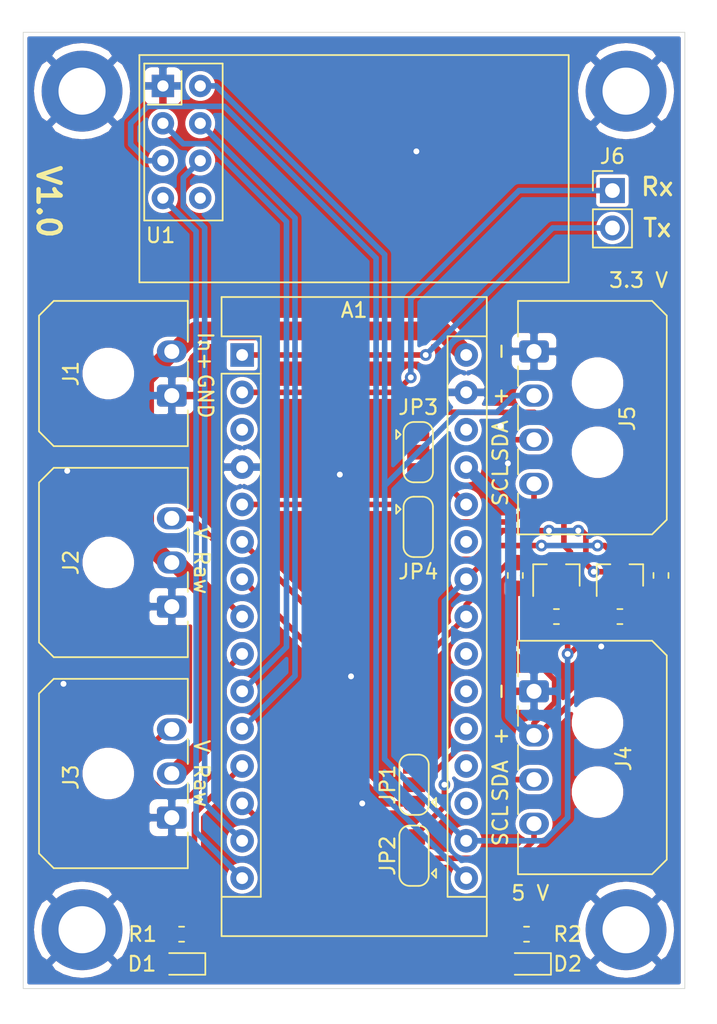
<source format=kicad_pcb>
(kicad_pcb (version 20171130) (host pcbnew "(5.1.5)-3")
  (layers (0 F.Cu signal) (31 B.Cu signal) (34 B.Paste user) (35 F.Paste user) (36 B.SilkS user) (37 F.SilkS user) (38 B.Mask user) (39 F.Mask user) (44 Edge.Cuts user))
  (net 0 "")
  (net 1 +3V3)
  (net 2 GND)
  (net 3 D4)
  (net 4 CE)
  (net 5 CSN)
  (net 6 D9)
  (net 7 D10)
  (net 8 MOSI)
  (net 9 VCC)
  (net 10 MISO)
  (net 11 SCK)
  (net 12 "Net-(D1-Pad2)")
  (net 13 "Net-(D2-Pad2)")
  (net 14 SDA)
  (net 15 D5)
  (net 16 SCL)
  (net 17 +5V)
  (net 18 "Net-(J5-Pad4)")
  (net 19 "Net-(J5-Pad3)")
  (net 20 Tx)
  (net 21 Rx)
  (net 22 D2)
  (net 23 D3)
  (net 24 "Net-(J4-Pad3)")
  (net 25 "Net-(J4-Pad4)")
  (net 26 D6)
  (net 27 A7)
  (net 28 "Net-(JP3-Pad1)")
  (net 29 "Net-(JP4-Pad3)")
  (module Connector_Molex:Molex_Micro-Fit_3.0_43650-0300_1x03_P3.00mm_Horizontal (layer F.Cu) (at 70.104 138.382 90)
    (fp_text reference J3 (at 2.746 -6.858 270) (layer F.SilkS))
    (fp_text value Conn_01x03)
    (fp_line (start 3.651767 1.09) (end 5.348233 1.09) (layer F.SilkS) (width 0.12))
    (fp_line (start 1.01 1.09) (end 2.348233 1.09) (layer F.SilkS) (width 0.12))
    (fp_line (start 9.435 1.09) (end 6.651767 1.09) (layer F.SilkS) (width 0.12))
    (fp_line (start -3.435 1.09) (end -1.01 1.09) (layer F.SilkS) (width 0.12))
    (fp_line (start 9.435 -8.03) (end 9.435 1.09) (layer F.SilkS) (width 0.12))
    (fp_line (start 8.435 -9.03) (end 9.435 -8.03) (layer F.SilkS) (width 0.12))
    (fp_line (start -2.435 -9.03) (end 8.435 -9.03) (layer F.SilkS) (width 0.12))
    (fp_line (start -3.435 -8.03) (end -2.435 -9.03) (layer F.SilkS) (width 0.12))
    (fp_line (start -3.435 1.09) (end -3.435 -8.03) (layer F.SilkS) (width 0.12))
    (pad 3 thru_hole oval (at 6 0 90) (size 1.5 2.02) (drill 1.02) (layers *.Cu *.Mask) (net 26 D6))
    (pad 2 thru_hole oval (at 3 0 90) (size 1.5 2.02) (drill 1.02) (layers *.Cu *.Mask) (net 9 VCC))
    (pad 1 thru_hole roundrect (at 0 0 90) (size 1.5 2.02) (drill 1.02) (layers *.Cu *.Mask) (roundrect_rratio 0.166667) (net 2 GND))
    (pad "" np_thru_hole circle (at 3 -4.32 90) (size 3 3) (drill 3) (layers *.Cu *.Mask))
  )
  (module Module:Arduino_Nano (layer F.Cu) (at 74.89 106.934)
    (fp_text reference A1 (at 7.62 -3.048) (layer F.SilkS))
    (fp_text value Arduino_Nano_v3.x)
    (fp_line (start 1.27 1.27) (end 1.27 -1.27) (layer F.SilkS) (width 0.12))
    (fp_line (start 1.27 -1.27) (end -1.4 -1.27) (layer F.SilkS) (width 0.12))
    (fp_line (start -1.4 1.27) (end -1.4 39.5) (layer F.SilkS) (width 0.12))
    (fp_line (start -1.4 -3.94) (end -1.4 -1.27) (layer F.SilkS) (width 0.12))
    (fp_line (start 13.97 -1.27) (end 16.64 -1.27) (layer F.SilkS) (width 0.12))
    (fp_line (start 13.97 -1.27) (end 13.97 36.83) (layer F.SilkS) (width 0.12))
    (fp_line (start 13.97 36.83) (end 16.64 36.83) (layer F.SilkS) (width 0.12))
    (fp_line (start 1.27 1.27) (end -1.4 1.27) (layer F.SilkS) (width 0.12))
    (fp_line (start 1.27 1.27) (end 1.27 36.83) (layer F.SilkS) (width 0.12))
    (fp_line (start 1.27 36.83) (end -1.4 36.83) (layer F.SilkS) (width 0.12))
    (fp_line (start -1.4 39.5) (end 16.64 39.5) (layer F.SilkS) (width 0.12))
    (fp_line (start 16.64 39.5) (end 16.64 -3.94) (layer F.SilkS) (width 0.12))
    (fp_line (start 16.64 -3.94) (end -1.4 -3.94) (layer F.SilkS) (width 0.12))
    (pad 1 thru_hole rect (at 0 0) (size 1.6 1.6) (drill 0.8) (layers *.Cu *.Mask) (net 20 Tx))
    (pad 17 thru_hole oval (at 15.24 33.02) (size 1.6 1.6) (drill 0.8) (layers *.Cu *.Mask) (net 1 +3V3))
    (pad 2 thru_hole oval (at 0 2.54) (size 1.6 1.6) (drill 0.8) (layers *.Cu *.Mask) (net 21 Rx))
    (pad 18 thru_hole oval (at 15.24 30.48) (size 1.6 1.6) (drill 0.8) (layers *.Cu *.Mask))
    (pad 3 thru_hole oval (at 0 5.08) (size 1.6 1.6) (drill 0.8) (layers *.Cu *.Mask))
    (pad 19 thru_hole oval (at 15.24 27.94) (size 1.6 1.6) (drill 0.8) (layers *.Cu *.Mask))
    (pad 4 thru_hole oval (at 0 7.62) (size 1.6 1.6) (drill 0.8) (layers *.Cu *.Mask) (net 2 GND))
    (pad 20 thru_hole oval (at 15.24 25.4) (size 1.6 1.6) (drill 0.8) (layers *.Cu *.Mask))
    (pad 5 thru_hole oval (at 0 10.16) (size 1.6 1.6) (drill 0.8) (layers *.Cu *.Mask) (net 22 D2))
    (pad 21 thru_hole oval (at 15.24 22.86) (size 1.6 1.6) (drill 0.8) (layers *.Cu *.Mask))
    (pad 6 thru_hole oval (at 0 12.7) (size 1.6 1.6) (drill 0.8) (layers *.Cu *.Mask) (net 23 D3))
    (pad 22 thru_hole oval (at 15.24 20.32) (size 1.6 1.6) (drill 0.8) (layers *.Cu *.Mask))
    (pad 7 thru_hole oval (at 0 15.24) (size 1.6 1.6) (drill 0.8) (layers *.Cu *.Mask) (net 3 D4))
    (pad 23 thru_hole oval (at 15.24 17.78) (size 1.6 1.6) (drill 0.8) (layers *.Cu *.Mask) (net 14 SDA))
    (pad 8 thru_hole oval (at 0 17.78) (size 1.6 1.6) (drill 0.8) (layers *.Cu *.Mask) (net 15 D5))
    (pad 24 thru_hole oval (at 15.24 15.24) (size 1.6 1.6) (drill 0.8) (layers *.Cu *.Mask) (net 16 SCL))
    (pad 9 thru_hole oval (at 0 20.32) (size 1.6 1.6) (drill 0.8) (layers *.Cu *.Mask) (net 26 D6))
    (pad 25 thru_hole oval (at 15.24 12.7) (size 1.6 1.6) (drill 0.8) (layers *.Cu *.Mask))
    (pad 10 thru_hole oval (at 0 22.86) (size 1.6 1.6) (drill 0.8) (layers *.Cu *.Mask) (net 4 CE))
    (pad 26 thru_hole oval (at 15.24 10.16) (size 1.6 1.6) (drill 0.8) (layers *.Cu *.Mask) (net 27 A7))
    (pad 11 thru_hole oval (at 0 25.4) (size 1.6 1.6) (drill 0.8) (layers *.Cu *.Mask) (net 5 CSN))
    (pad 27 thru_hole oval (at 15.24 7.62) (size 1.6 1.6) (drill 0.8) (layers *.Cu *.Mask) (net 17 +5V))
    (pad 12 thru_hole oval (at 0 27.94) (size 1.6 1.6) (drill 0.8) (layers *.Cu *.Mask) (net 6 D9))
    (pad 28 thru_hole oval (at 15.24 5.08) (size 1.6 1.6) (drill 0.8) (layers *.Cu *.Mask))
    (pad 13 thru_hole oval (at 0 30.48) (size 1.6 1.6) (drill 0.8) (layers *.Cu *.Mask) (net 7 D10))
    (pad 29 thru_hole oval (at 15.24 2.54) (size 1.6 1.6) (drill 0.8) (layers *.Cu *.Mask) (net 2 GND))
    (pad 14 thru_hole oval (at 0 33.02) (size 1.6 1.6) (drill 0.8) (layers *.Cu *.Mask) (net 8 MOSI))
    (pad 30 thru_hole oval (at 15.24 0) (size 1.6 1.6) (drill 0.8) (layers *.Cu *.Mask) (net 9 VCC))
    (pad 15 thru_hole oval (at 0 35.56) (size 1.6 1.6) (drill 0.8) (layers *.Cu *.Mask) (net 10 MISO))
    (pad 16 thru_hole oval (at 15.24 35.56) (size 1.6 1.6) (drill 0.8) (layers *.Cu *.Mask) (net 11 SCK))
  )
  (module LED_SMD:LED_0603_1608Metric_Pad1.05x0.95mm_HandSolder (layer F.Cu) (at 70.726 148.324 180)
    (fp_text reference D1 (at 2.654 0) (layer F.SilkS))
    (fp_text value R-LED)
    (fp_line (start 0.8 -0.735) (end -1.66 -0.735) (layer F.SilkS) (width 0.12))
    (fp_line (start -1.66 -0.735) (end -1.66 0.735) (layer F.SilkS) (width 0.12))
    (fp_line (start -1.66 0.735) (end 0.8 0.735) (layer F.SilkS) (width 0.12))
    (pad 1 smd roundrect (at -0.875 0 180) (size 1.05 0.95) (layers F.Cu F.Paste F.Mask) (net 2 GND))
    (pad 2 smd roundrect (at 0.875 0 180) (size 1.05 0.95) (layers F.Cu F.Paste F.Mask) (net 12 "Net-(D1-Pad2)"))
  )
  (module LED_SMD:LED_0603_1608Metric_Pad1.05x0.95mm_HandSolder (layer F.Cu) (at 94.234 148.324 180)
    (fp_text reference D2 (at -2.794 0) (layer F.SilkS))
    (fp_text value G-LED)
    (fp_line (start -1.66 0.735) (end 0.8 0.735) (layer F.SilkS) (width 0.12))
    (fp_line (start -1.66 -0.735) (end -1.66 0.735) (layer F.SilkS) (width 0.12))
    (fp_line (start 0.8 -0.735) (end -1.66 -0.735) (layer F.SilkS) (width 0.12))
    (pad 2 smd roundrect (at 0.875 0 180) (size 1.05 0.95) (layers F.Cu F.Paste F.Mask) (net 13 "Net-(D2-Pad2)"))
    (pad 1 smd roundrect (at -0.875 0 180) (size 1.05 0.95) (layers F.Cu F.Paste F.Mask) (net 2 GND))
  )
  (module MountingHole:MountingHole_3.2mm_M3_ISO14580_Pad (layer F.Cu) (at 64 146)
    (fp_text reference H1 hide)
    (fp_text value MountingHole_Pad)
    (pad 1 thru_hole circle (at 0 0) (size 5.5 5.5) (drill 3.2) (layers *.Cu *.Mask) (net 2 GND))
  )
  (module MountingHole:MountingHole_3.2mm_M3_ISO14580_Pad (layer F.Cu) (at 64 89)
    (fp_text reference H2 hide)
    (fp_text value MountingHole_Pad)
    (pad 1 thru_hole circle (at 0 0) (size 5.5 5.5) (drill 3.2) (layers *.Cu *.Mask) (net 2 GND))
  )
  (module MountingHole:MountingHole_3.2mm_M3_ISO14580_Pad (layer F.Cu) (at 101 89)
    (fp_text reference H3 hide)
    (fp_text value MountingHole_Pad)
    (pad 1 thru_hole circle (at 0 0) (size 5.5 5.5) (drill 3.2) (layers *.Cu *.Mask) (net 2 GND))
  )
  (module MountingHole:MountingHole_3.2mm_M3_ISO14580_Pad (layer F.Cu) (at 101 146)
    (fp_text reference H4 hide)
    (fp_text value MountingHole_Pad)
    (pad 1 thru_hole circle (at 0 0) (size 5.5 5.5) (drill 3.2) (layers *.Cu *.Mask) (net 2 GND))
  )
  (module Connector_Molex:Molex_Micro-Fit_3.0_43650-0200_1x02_P3.00mm_Horizontal (layer F.Cu) (at 70.104 109.694 90)
    (fp_text reference J1 (at 1.49 -6.858 270) (layer F.SilkS))
    (fp_text value Conn_01x02)
    (fp_line (start -3.435 1.09) (end -3.435 -8.03) (layer F.SilkS) (width 0.12))
    (fp_line (start -3.435 -8.03) (end -2.435 -9.03) (layer F.SilkS) (width 0.12))
    (fp_line (start -2.435 -9.03) (end 5.435 -9.03) (layer F.SilkS) (width 0.12))
    (fp_line (start 5.435 -9.03) (end 6.435 -8.03) (layer F.SilkS) (width 0.12))
    (fp_line (start 6.435 -8.03) (end 6.435 1.09) (layer F.SilkS) (width 0.12))
    (fp_line (start -3.435 1.09) (end -1.01 1.09) (layer F.SilkS) (width 0.12))
    (fp_line (start 6.435 1.09) (end 3.651767 1.09) (layer F.SilkS) (width 0.12))
    (fp_line (start 1.01 1.09) (end 2.348233 1.09) (layer F.SilkS) (width 0.12))
    (pad "" np_thru_hole circle (at 1.5 -4.32 90) (size 3 3) (drill 3) (layers *.Cu *.Mask))
    (pad 1 thru_hole roundrect (at 0 0 90) (size 1.5 2.02) (drill 1.02) (layers *.Cu *.Mask) (roundrect_rratio 0.166667) (net 2 GND))
    (pad 2 thru_hole oval (at 3 0 90) (size 1.5 2.02) (drill 1.02) (layers *.Cu *.Mask) (net 9 VCC))
  )
  (module Resistor_SMD:R_0603_1608Metric_Pad1.05x0.95mm_HandSolder (layer F.Cu) (at 70.771 146.304)
    (fp_text reference R1 (at -2.654 0) (layer F.SilkS))
    (fp_text value "220 ohm")
    (fp_line (start -0.171267 -0.51) (end 0.171267 -0.51) (layer F.SilkS) (width 0.12))
    (fp_line (start -0.171267 0.51) (end 0.171267 0.51) (layer F.SilkS) (width 0.12))
    (pad 1 smd roundrect (at -0.875 0) (size 1.05 0.95) (layers F.Cu F.Paste F.Mask) (net 12 "Net-(D1-Pad2)"))
    (pad 2 smd roundrect (at 0.875 0) (size 1.05 0.95) (layers F.Cu F.Paste F.Mask) (net 6 D9))
  )
  (module RF_Module:nRF24L01_Breakout (layer F.Cu) (at 69.5 88.646)
    (fp_text reference U1 (at -0.158 10.16) (layer F.SilkS))
    (fp_text value NRF24L01_Breakout)
    (fp_line (start -1.27 -1.524) (end 4.064 -1.524) (layer F.SilkS) (width 0.12))
    (fp_line (start 4.064 -1.524) (end 4.064 9.144) (layer F.SilkS) (width 0.12))
    (fp_line (start 4.064 9.144) (end -1.27 9.144) (layer F.SilkS) (width 0.12))
    (fp_line (start -1.27 9.144) (end -1.27 9.144) (layer F.SilkS) (width 0.12))
    (fp_line (start 1.27 -1.016) (end 1.27 1.27) (layer F.SilkS) (width 0.12))
    (fp_line (start 1.27 1.27) (end -1.016 1.27) (layer F.SilkS) (width 0.12))
    (fp_line (start -1.016 1.27) (end -1.016 1.27) (layer F.SilkS) (width 0.12))
    (fp_line (start -1.6 -2.1) (end 27.6 -2.1) (layer F.SilkS) (width 0.12))
    (fp_line (start 27.6 -2.1) (end 27.6 13.35) (layer F.SilkS) (width 0.12))
    (fp_line (start 27.6 13.35) (end -1.6 13.35) (layer F.SilkS) (width 0.12))
    (fp_line (start -1.6 13.35) (end -1.6 -2.1) (layer F.SilkS) (width 0.12))
    (fp_line (start -1.6 -2.1) (end -1.6 -2.1) (layer F.SilkS) (width 0.12))
    (fp_line (start -1.27 9.144) (end -1.27 -1.524) (layer F.SilkS) (width 0.12))
    (fp_line (start -1.27 -1.524) (end -1.27 -1.524) (layer F.SilkS) (width 0.12))
    (pad 1 thru_hole rect (at 0 0) (size 1.524 1.524) (drill 0.762) (layers *.Cu *.Mask) (net 2 GND))
    (pad 2 thru_hole circle (at 2.54 0) (size 1.524 1.524) (drill 0.762) (layers *.Cu *.Mask) (net 1 +3V3))
    (pad 3 thru_hole circle (at 0 2.54) (size 1.524 1.524) (drill 0.762) (layers *.Cu *.Mask) (net 4 CE))
    (pad 4 thru_hole circle (at 2.54 2.54) (size 1.524 1.524) (drill 0.762) (layers *.Cu *.Mask) (net 5 CSN))
    (pad 5 thru_hole circle (at 0 5.08) (size 1.524 1.524) (drill 0.762) (layers *.Cu *.Mask) (net 11 SCK))
    (pad 6 thru_hole circle (at 2.54 5.08) (size 1.524 1.524) (drill 0.762) (layers *.Cu *.Mask) (net 8 MOSI))
    (pad 7 thru_hole circle (at 0 7.62) (size 1.524 1.524) (drill 0.762) (layers *.Cu *.Mask) (net 10 MISO))
    (pad 8 thru_hole circle (at 2.54 7.62) (size 1.524 1.524) (drill 0.762) (layers *.Cu *.Mask))
  )
  (module Resistor_SMD:R_0603_1608Metric_Pad1.05x0.95mm_HandSolder (layer F.Cu) (at 94.234 146.304)
    (fp_text reference R2 (at 2.794 0) (layer F.SilkS))
    (fp_text value "220 ohm")
    (fp_line (start -0.171267 -0.51) (end 0.171267 -0.51) (layer F.SilkS) (width 0.12))
    (fp_line (start -0.171267 0.51) (end 0.171267 0.51) (layer F.SilkS) (width 0.12))
    (pad 1 smd roundrect (at -0.875 0) (size 1.05 0.95) (layers F.Cu F.Paste F.Mask) (net 13 "Net-(D2-Pad2)"))
    (pad 2 smd roundrect (at 0.875 0) (size 1.05 0.95) (layers F.Cu F.Paste F.Mask) (net 7 D10))
  )
  (module Connector_Molex:Molex_Micro-Fit_3.0_43650-0300_1x03_P3.00mm_Horizontal (layer F.Cu) (at 70.104 124.038 90)
    (fp_text reference J2 (at 3 -6.858 90) (layer F.SilkS))
    (fp_text value Conn_01x03)
    (fp_line (start -3.435 1.09) (end -3.435 -8.03) (layer F.SilkS) (width 0.12))
    (fp_line (start -3.435 -8.03) (end -2.435 -9.03) (layer F.SilkS) (width 0.12))
    (fp_line (start -2.435 -9.03) (end 8.435 -9.03) (layer F.SilkS) (width 0.12))
    (fp_line (start 8.435 -9.03) (end 9.435 -8.03) (layer F.SilkS) (width 0.12))
    (fp_line (start 9.435 -8.03) (end 9.435 1.09) (layer F.SilkS) (width 0.12))
    (fp_line (start -3.435 1.09) (end -1.01 1.09) (layer F.SilkS) (width 0.12))
    (fp_line (start 9.435 1.09) (end 6.651767 1.09) (layer F.SilkS) (width 0.12))
    (fp_line (start 1.01 1.09) (end 2.348233 1.09) (layer F.SilkS) (width 0.12))
    (fp_line (start 3.651767 1.09) (end 5.348233 1.09) (layer F.SilkS) (width 0.12))
    (pad "" np_thru_hole circle (at 3 -4.32 90) (size 3 3) (drill 3) (layers *.Cu *.Mask))
    (pad 1 thru_hole roundrect (at 0 0 90) (size 1.5 2.02) (drill 1.02) (layers *.Cu *.Mask) (roundrect_rratio 0.166667) (net 2 GND))
    (pad 2 thru_hole oval (at 3 0 90) (size 1.5 2.02) (drill 1.02) (layers *.Cu *.Mask) (net 9 VCC))
    (pad 3 thru_hole oval (at 6 0 90) (size 1.5 2.02) (drill 1.02) (layers *.Cu *.Mask) (net 15 D5))
  )
  (module Connector_Molex:Molex_Micro-Fit_3.0_43650-0400_1x04_P3.00mm_Horizontal (layer F.Cu) (at 94.742 129.794 270)
    (fp_text reference J4 (at 4.572 -6.096 270) (layer F.SilkS))
    (fp_text value Conn_01x04)
    (fp_line (start -3.435 1.09) (end -3.435 -8.03) (layer F.SilkS) (width 0.12))
    (fp_line (start -3.435 -8.03) (end -2.435 -9.03) (layer F.SilkS) (width 0.12))
    (fp_line (start -2.435 -9.03) (end 11.435 -9.03) (layer F.SilkS) (width 0.12))
    (fp_line (start 11.435 -9.03) (end 12.435 -8.03) (layer F.SilkS) (width 0.12))
    (fp_line (start 12.435 -8.03) (end 12.435 1.09) (layer F.SilkS) (width 0.12))
    (fp_line (start -3.435 1.09) (end -1.01 1.09) (layer F.SilkS) (width 0.12))
    (fp_line (start 12.435 1.09) (end 9.651767 1.09) (layer F.SilkS) (width 0.12))
    (fp_line (start 1.01 1.09) (end 2.348233 1.09) (layer F.SilkS) (width 0.12))
    (fp_line (start 3.651767 1.09) (end 5.348233 1.09) (layer F.SilkS) (width 0.12))
    (fp_line (start 6.651767 1.09) (end 8.348233 1.09) (layer F.SilkS) (width 0.12))
    (pad "" np_thru_hole circle (at 2.15 -4.32 270) (size 3 3) (drill 3) (layers *.Cu *.Mask))
    (pad "" np_thru_hole circle (at 6.85 -4.32 270) (size 3 3) (drill 3) (layers *.Cu *.Mask))
    (pad 1 thru_hole roundrect (at 0 0 270) (size 1.5 2.02) (drill 1.02) (layers *.Cu *.Mask) (roundrect_rratio 0.166667) (net 2 GND))
    (pad 2 thru_hole oval (at 3 0 270) (size 1.5 2.02) (drill 1.02) (layers *.Cu *.Mask) (net 17 +5V))
    (pad 3 thru_hole oval (at 6 0 270) (size 1.5 2.02) (drill 1.02) (layers *.Cu *.Mask) (net 24 "Net-(J4-Pad3)"))
    (pad 4 thru_hole oval (at 9 0 270) (size 1.5 2.02) (drill 1.02) (layers *.Cu *.Mask) (net 25 "Net-(J4-Pad4)"))
  )
  (module Connector_Molex:Molex_Micro-Fit_3.0_43650-0400_1x04_P3.00mm_Horizontal (layer F.Cu) (at 94.742 106.694 270)
    (fp_text reference J5 (at 4.558 -6.35 270) (layer F.SilkS))
    (fp_text value Conn_01x04)
    (fp_line (start 6.651767 1.09) (end 8.348233 1.09) (layer F.SilkS) (width 0.12))
    (fp_line (start 3.651767 1.09) (end 5.348233 1.09) (layer F.SilkS) (width 0.12))
    (fp_line (start 1.01 1.09) (end 2.348233 1.09) (layer F.SilkS) (width 0.12))
    (fp_line (start 12.435 1.09) (end 9.651767 1.09) (layer F.SilkS) (width 0.12))
    (fp_line (start -3.435 1.09) (end -1.01 1.09) (layer F.SilkS) (width 0.12))
    (fp_line (start 12.435 -8.03) (end 12.435 1.09) (layer F.SilkS) (width 0.12))
    (fp_line (start 11.435 -9.03) (end 12.435 -8.03) (layer F.SilkS) (width 0.12))
    (fp_line (start -2.435 -9.03) (end 11.435 -9.03) (layer F.SilkS) (width 0.12))
    (fp_line (start -3.435 -8.03) (end -2.435 -9.03) (layer F.SilkS) (width 0.12))
    (fp_line (start -3.435 1.09) (end -3.435 -8.03) (layer F.SilkS) (width 0.12))
    (pad 4 thru_hole oval (at 9 0 270) (size 1.5 2.02) (drill 1.02) (layers *.Cu *.Mask) (net 18 "Net-(J5-Pad4)"))
    (pad 3 thru_hole oval (at 6 0 270) (size 1.5 2.02) (drill 1.02) (layers *.Cu *.Mask) (net 19 "Net-(J5-Pad3)"))
    (pad 2 thru_hole oval (at 3 0 270) (size 1.5 2.02) (drill 1.02) (layers *.Cu *.Mask) (net 1 +3V3))
    (pad 1 thru_hole roundrect (at 0 0 270) (size 1.5 2.02) (drill 1.02) (layers *.Cu *.Mask) (roundrect_rratio 0.166667) (net 2 GND))
    (pad "" np_thru_hole circle (at 6.85 -4.32 270) (size 3 3) (drill 3) (layers *.Cu *.Mask))
    (pad "" np_thru_hole circle (at 2.15 -4.32 270) (size 3 3) (drill 3) (layers *.Cu *.Mask))
  )
  (module Package_TO_SOT_SMD:SOT-23 (layer F.Cu) (at 96.266 121.92 90)
    (fp_text reference Q1)
    (fp_text value BSS138)
    (fp_line (start 0.76 1.58) (end 0.76 0.65) (layer F.SilkS) (width 0.12))
    (fp_line (start 0.76 -1.58) (end 0.76 -0.65) (layer F.SilkS) (width 0.12))
    (fp_line (start 0.76 -1.58) (end -1.4 -1.58) (layer F.SilkS) (width 0.12))
    (fp_line (start 0.76 1.58) (end -0.7 1.58) (layer F.SilkS) (width 0.12))
    (pad 1 smd rect (at -1 -0.95 90) (size 0.9 0.8) (layers F.Cu F.Paste F.Mask) (net 1 +3V3))
    (pad 2 smd rect (at -1 0.95 90) (size 0.9 0.8) (layers F.Cu F.Paste F.Mask) (net 28 "Net-(JP3-Pad1)"))
    (pad 3 smd rect (at 1 0 90) (size 0.9 0.8) (layers F.Cu F.Paste F.Mask) (net 14 SDA))
  )
  (module Package_TO_SOT_SMD:SOT-23 (layer F.Cu) (at 100.584 121.92 90)
    (fp_text reference Q2)
    (fp_text value BSS138)
    (fp_line (start 0.76 1.58) (end -0.7 1.58) (layer F.SilkS) (width 0.12))
    (fp_line (start 0.76 -1.58) (end -1.4 -1.58) (layer F.SilkS) (width 0.12))
    (fp_line (start 0.76 -1.58) (end 0.76 -0.65) (layer F.SilkS) (width 0.12))
    (fp_line (start 0.76 1.58) (end 0.76 0.65) (layer F.SilkS) (width 0.12))
    (pad 3 smd rect (at 1 0 90) (size 0.9 0.8) (layers F.Cu F.Paste F.Mask) (net 16 SCL))
    (pad 2 smd rect (at -1 0.95 90) (size 0.9 0.8) (layers F.Cu F.Paste F.Mask) (net 29 "Net-(JP4-Pad3)"))
    (pad 1 smd rect (at -1 -0.95 90) (size 0.9 0.8) (layers F.Cu F.Paste F.Mask) (net 1 +3V3))
  )
  (module Resistor_SMD:R_0603_1608Metric_Pad1.05x0.95mm_HandSolder (layer F.Cu) (at 93.472 121.92 90)
    (fp_text reference R3)
    (fp_text value "10 kOhm")
    (fp_line (start -0.171267 0.51) (end 0.171267 0.51) (layer F.SilkS) (width 0.12))
    (fp_line (start -0.171267 -0.51) (end 0.171267 -0.51) (layer F.SilkS) (width 0.12))
    (pad 2 smd roundrect (at 0.875 0 90) (size 1.05 0.95) (layers F.Cu F.Paste F.Mask) (net 14 SDA))
    (pad 1 smd roundrect (at -0.875 0 90) (size 1.05 0.95) (layers F.Cu F.Paste F.Mask) (net 17 +5V))
  )
  (module Resistor_SMD:R_0603_1608Metric_Pad1.05x0.95mm_HandSolder (layer F.Cu) (at 103.378 121.92 90)
    (fp_text reference R4)
    (fp_text value "10 kOhm")
    (fp_line (start -0.171267 0.51) (end 0.171267 0.51) (layer F.SilkS) (width 0.12))
    (fp_line (start -0.171267 -0.51) (end 0.171267 -0.51) (layer F.SilkS) (width 0.12))
    (pad 2 smd roundrect (at 0.875 0 90) (size 1.05 0.95) (layers F.Cu F.Paste F.Mask) (net 16 SCL))
    (pad 1 smd roundrect (at -0.875 0 90) (size 1.05 0.95) (layers F.Cu F.Paste F.Mask) (net 17 +5V))
  )
  (module Resistor_SMD:R_0603_1608Metric_Pad1.05x0.95mm_HandSolder (layer F.Cu) (at 96.266 124.714)
    (fp_text reference R5)
    (fp_text value "10 kOhm")
    (fp_line (start -0.171267 -0.51) (end 0.171267 -0.51) (layer F.SilkS) (width 0.12))
    (fp_line (start -0.171267 0.51) (end 0.171267 0.51) (layer F.SilkS) (width 0.12))
    (pad 1 smd roundrect (at -0.875 0) (size 1.05 0.95) (layers F.Cu F.Paste F.Mask) (net 1 +3V3))
    (pad 2 smd roundrect (at 0.875 0) (size 1.05 0.95) (layers F.Cu F.Paste F.Mask) (net 28 "Net-(JP3-Pad1)"))
  )
  (module Resistor_SMD:R_0603_1608Metric_Pad1.05x0.95mm_HandSolder (layer F.Cu) (at 100.584 124.714)
    (fp_text reference R6)
    (fp_text value "10 kOhm")
    (fp_line (start -0.171267 -0.51) (end 0.171267 -0.51) (layer F.SilkS) (width 0.12))
    (fp_line (start -0.171267 0.51) (end 0.171267 0.51) (layer F.SilkS) (width 0.12))
    (pad 1 smd roundrect (at -0.875 0) (size 1.05 0.95) (layers F.Cu F.Paste F.Mask) (net 1 +3V3))
    (pad 2 smd roundrect (at 0.875 0) (size 1.05 0.95) (layers F.Cu F.Paste F.Mask) (net 29 "Net-(JP4-Pad3)"))
  )
  (module Connector_PinHeader_2.54mm:PinHeader_1x02_P2.54mm_Vertical (layer F.Cu) (at 100.076 95.758)
    (fp_text reference J6 (at 0 -2.33) (layer F.SilkS))
    (fp_text value Conn_01x02)
    (fp_line (start -1.33 3.87) (end 1.33 3.87) (layer F.SilkS) (width 0.12))
    (fp_line (start -1.33 1.27) (end -1.33 3.87) (layer F.SilkS) (width 0.12))
    (fp_line (start 1.33 1.27) (end 1.33 3.87) (layer F.SilkS) (width 0.12))
    (fp_line (start -1.33 1.27) (end 1.33 1.27) (layer F.SilkS) (width 0.12))
    (fp_line (start -1.33 0) (end -1.33 -1.33) (layer F.SilkS) (width 0.12))
    (fp_line (start -1.33 -1.33) (end 0 -1.33) (layer F.SilkS) (width 0.12))
    (pad 1 thru_hole rect (at 0 0) (size 1.7 1.7) (drill 1) (layers *.Cu *.Mask) (net 21 Rx))
    (pad 2 thru_hole oval (at 0 2.54) (size 1.7 1.7) (drill 1) (layers *.Cu *.Mask) (net 20 Tx))
  )
  (module Jumper:SolderJumper-3_P1.3mm_Open_RoundedPad1.0x1.5mm (layer F.Cu) (at 86.583 136.144 90)
    (fp_text reference JP1 (at 0 -1.8 90) (layer F.SilkS))
    (fp_text value SolderJumper_3_Open)
    (fp_arc (start -1.35 -0.3) (end -1.35 -1) (angle -90) (layer F.SilkS) (width 0.12))
    (fp_arc (start -1.35 0.3) (end -2.05 0.3) (angle -90) (layer F.SilkS) (width 0.12))
    (fp_arc (start 1.35 0.3) (end 1.35 1) (angle -90) (layer F.SilkS) (width 0.12))
    (fp_arc (start 1.35 -0.3) (end 2.05 -0.3) (angle -90) (layer F.SilkS) (width 0.12))
    (fp_line (start -1.4 -1) (end 1.4 -1) (layer F.SilkS) (width 0.12))
    (fp_line (start 2.05 -0.3) (end 2.05 0.3) (layer F.SilkS) (width 0.12))
    (fp_line (start 1.4 1) (end -1.4 1) (layer F.SilkS) (width 0.12))
    (fp_line (start -2.05 0.3) (end -2.05 -0.3) (layer F.SilkS) (width 0.12))
    (fp_line (start -1.2 1.2) (end -1.5 1.5) (layer F.SilkS) (width 0.12))
    (fp_line (start -1.5 1.5) (end -0.9 1.5) (layer F.SilkS) (width 0.12))
    (fp_line (start -1.2 1.2) (end -0.9 1.5) (layer F.SilkS) (width 0.12))
    (pad 2 smd rect (at 0 0 90) (size 1 1.5) (layers F.Cu F.Mask) (net 24 "Net-(J4-Pad3)"))
    (pad 3 smd custom (at 1.3 0 90) (size 1 0.5) (layers F.Cu F.Mask) (net 14 SDA) (options (clearance outline) (anchor rect)) (primitives (gr_circle (center 0 0.25) (end 0.5 0.25) (width 0)) (gr_circle (center 0 -0.25) (end 0.5 -0.25) (width 0)) (gr_poly (pts (xy -0.55 -0.75) (xy 0 -0.75) (xy 0 0.75) (xy -0.55 0.75)) (width 0))))
    (pad 1 smd custom (at -1.3 0 90) (size 1 0.5) (layers F.Cu F.Mask) (net 23 D3) (options (clearance outline) (anchor rect)) (primitives (gr_circle (center 0 0.25) (end 0.5 0.25) (width 0)) (gr_circle (center 0 -0.25) (end 0.5 -0.25) (width 0)) (gr_poly (pts (xy 0.55 -0.75) (xy 0 -0.75) (xy 0 0.75) (xy 0.55 0.75)) (width 0))))
  )
  (module Jumper:SolderJumper-3_P1.3mm_Open_RoundedPad1.0x1.5mm (layer F.Cu) (at 86.583 140.97 90)
    (fp_text reference JP2 (at 0 -1.8 90) (layer F.SilkS))
    (fp_text value SolderJumper_3_Open)
    (fp_line (start -1.2 1.2) (end -0.9 1.5) (layer F.SilkS) (width 0.12))
    (fp_line (start -1.5 1.5) (end -0.9 1.5) (layer F.SilkS) (width 0.12))
    (fp_line (start -1.2 1.2) (end -1.5 1.5) (layer F.SilkS) (width 0.12))
    (fp_line (start -2.05 0.3) (end -2.05 -0.3) (layer F.SilkS) (width 0.12))
    (fp_line (start 1.4 1) (end -1.4 1) (layer F.SilkS) (width 0.12))
    (fp_line (start 2.05 -0.3) (end 2.05 0.3) (layer F.SilkS) (width 0.12))
    (fp_line (start -1.4 -1) (end 1.4 -1) (layer F.SilkS) (width 0.12))
    (fp_arc (start 1.35 -0.3) (end 2.05 -0.3) (angle -90) (layer F.SilkS) (width 0.12))
    (fp_arc (start 1.35 0.3) (end 1.35 1) (angle -90) (layer F.SilkS) (width 0.12))
    (fp_arc (start -1.35 0.3) (end -2.05 0.3) (angle -90) (layer F.SilkS) (width 0.12))
    (fp_arc (start -1.35 -0.3) (end -1.35 -1) (angle -90) (layer F.SilkS) (width 0.12))
    (pad 1 smd custom (at -1.3 0 90) (size 1 0.5) (layers F.Cu F.Mask) (net 3 D4) (options (clearance outline) (anchor rect)) (primitives (gr_circle (center 0 0.25) (end 0.5 0.25) (width 0)) (gr_circle (center 0 -0.25) (end 0.5 -0.25) (width 0)) (gr_poly (pts (xy 0.55 -0.75) (xy 0 -0.75) (xy 0 0.75) (xy 0.55 0.75)) (width 0))))
    (pad 3 smd custom (at 1.3 0 90) (size 1 0.5) (layers F.Cu F.Mask) (net 16 SCL) (options (clearance outline) (anchor rect)) (primitives (gr_circle (center 0 0.25) (end 0.5 0.25) (width 0)) (gr_circle (center 0 -0.25) (end 0.5 -0.25) (width 0)) (gr_poly (pts (xy -0.55 -0.75) (xy 0 -0.75) (xy 0 0.75) (xy -0.55 0.75)) (width 0))))
    (pad 2 smd rect (at 0 0 90) (size 1 1.5) (layers F.Cu F.Mask) (net 25 "Net-(J4-Pad4)"))
  )
  (module Jumper:SolderJumper-3_P1.3mm_Open_RoundedPad1.0x1.5mm (layer F.Cu) (at 86.868 113.538 270)
    (fp_text reference JP3 (at -3.048 0 180) (layer F.SilkS))
    (fp_text value SolderJumper_3_Open)
    (fp_arc (start -1.35 -0.3) (end -1.35 -1) (angle -90) (layer F.SilkS) (width 0.12))
    (fp_arc (start -1.35 0.3) (end -2.05 0.3) (angle -90) (layer F.SilkS) (width 0.12))
    (fp_arc (start 1.35 0.3) (end 1.35 1) (angle -90) (layer F.SilkS) (width 0.12))
    (fp_arc (start 1.35 -0.3) (end 2.05 -0.3) (angle -90) (layer F.SilkS) (width 0.12))
    (fp_line (start -1.4 -1) (end 1.4 -1) (layer F.SilkS) (width 0.12))
    (fp_line (start 2.05 -0.3) (end 2.05 0.3) (layer F.SilkS) (width 0.12))
    (fp_line (start 1.4 1) (end -1.4 1) (layer F.SilkS) (width 0.12))
    (fp_line (start -2.05 0.3) (end -2.05 -0.3) (layer F.SilkS) (width 0.12))
    (fp_line (start -1.2 1.2) (end -1.5 1.5) (layer F.SilkS) (width 0.12))
    (fp_line (start -1.5 1.5) (end -0.9 1.5) (layer F.SilkS) (width 0.12))
    (fp_line (start -1.2 1.2) (end -0.9 1.5) (layer F.SilkS) (width 0.12))
    (pad 2 smd rect (at 0 0 270) (size 1 1.5) (layers F.Cu F.Mask) (net 19 "Net-(J5-Pad3)"))
    (pad 3 smd custom (at 1.3 0 270) (size 1 0.5) (layers F.Cu F.Mask) (net 27 A7) (options (clearance outline) (anchor rect)) (primitives (gr_circle (center 0 0.25) (end 0.5 0.25) (width 0)) (gr_circle (center 0 -0.25) (end 0.5 -0.25) (width 0)) (gr_poly (pts (xy -0.55 -0.75) (xy 0 -0.75) (xy 0 0.75) (xy -0.55 0.75)) (width 0))))
    (pad 1 smd custom (at -1.3 0 270) (size 1 0.5) (layers F.Cu F.Mask) (net 28 "Net-(JP3-Pad1)") (options (clearance outline) (anchor rect)) (primitives (gr_circle (center 0 0.25) (end 0.5 0.25) (width 0)) (gr_circle (center 0 -0.25) (end 0.5 -0.25) (width 0)) (gr_poly (pts (xy 0.55 -0.75) (xy 0 -0.75) (xy 0 0.75) (xy 0.55 0.75)) (width 0))))
  )
  (module Jumper:SolderJumper-3_P1.3mm_Open_RoundedPad1.0x1.5mm (layer F.Cu) (at 86.868 118.618 270)
    (fp_text reference JP4 (at 3.048 0 180) (layer F.SilkS))
    (fp_text value SolderJumper_3_Open)
    (fp_line (start -1.2 1.2) (end -0.9 1.5) (layer F.SilkS) (width 0.12))
    (fp_line (start -1.5 1.5) (end -0.9 1.5) (layer F.SilkS) (width 0.12))
    (fp_line (start -1.2 1.2) (end -1.5 1.5) (layer F.SilkS) (width 0.12))
    (fp_line (start -2.05 0.3) (end -2.05 -0.3) (layer F.SilkS) (width 0.12))
    (fp_line (start 1.4 1) (end -1.4 1) (layer F.SilkS) (width 0.12))
    (fp_line (start 2.05 -0.3) (end 2.05 0.3) (layer F.SilkS) (width 0.12))
    (fp_line (start -1.4 -1) (end 1.4 -1) (layer F.SilkS) (width 0.12))
    (fp_arc (start 1.35 -0.3) (end 2.05 -0.3) (angle -90) (layer F.SilkS) (width 0.12))
    (fp_arc (start 1.35 0.3) (end 1.35 1) (angle -90) (layer F.SilkS) (width 0.12))
    (fp_arc (start -1.35 0.3) (end -2.05 0.3) (angle -90) (layer F.SilkS) (width 0.12))
    (fp_arc (start -1.35 -0.3) (end -1.35 -1) (angle -90) (layer F.SilkS) (width 0.12))
    (pad 1 smd custom (at -1.3 0 270) (size 1 0.5) (layers F.Cu F.Mask) (net 22 D2) (options (clearance outline) (anchor rect)) (primitives (gr_circle (center 0 0.25) (end 0.5 0.25) (width 0)) (gr_circle (center 0 -0.25) (end 0.5 -0.25) (width 0)) (gr_poly (pts (xy 0.55 -0.75) (xy 0 -0.75) (xy 0 0.75) (xy 0.55 0.75)) (width 0))))
    (pad 3 smd custom (at 1.3 0 270) (size 1 0.5) (layers F.Cu F.Mask) (net 29 "Net-(JP4-Pad3)") (options (clearance outline) (anchor rect)) (primitives (gr_circle (center 0 0.25) (end 0.5 0.25) (width 0)) (gr_circle (center 0 -0.25) (end 0.5 -0.25) (width 0)) (gr_poly (pts (xy -0.55 -0.75) (xy 0 -0.75) (xy 0 0.75) (xy -0.55 0.75)) (width 0))))
    (pad 2 smd rect (at 0 0 270) (size 1 1.5) (layers F.Cu F.Mask) (net 18 "Net-(J5-Pad4)"))
  )
  (gr_text Tx (at 103.124 98.298) (layer F.SilkS) (effects (font (size 1.2 1.2) (thickness 0.2))))
  (gr_text Rx (at 103.124 95.504) (layer F.SilkS) (effects (font (size 1.2 1.2) (thickness 0.2))))
  (gr_text "V1.0\n" (at 61.722 96.52 270) (layer F.SilkS) (effects (font (size 1.5 1.5) (thickness 0.3))))
  (gr_text GND (at 72.39 109.728 270) (layer F.SilkS) (effects (font (size 1 1))))
  (gr_text In+ (at 72.39 106.68 270) (layer F.SilkS) (effects (font (size 1 1))))
  (gr_text "V Raw" (at 72.136 120.904 270) (layer F.SilkS) (effects (font (size 1 1))))
  (gr_text "V Raw" (at 72.136 135.382 270) (layer F.SilkS) (effects (font (size 1 1))))
  (gr_text - (at 92.456 129.794 90) (layer F.SilkS) (effects (font (size 1 1))))
  (gr_text + (at 92.456 132.842 90) (layer F.SilkS) (effects (font (size 1 1))))
  (gr_text - (at 92.456 106.68 90) (layer F.SilkS) (effects (font (size 1 1))))
  (gr_text + (at 92.456 109.728 90) (layer F.SilkS) (effects (font (size 1 1))))
  (gr_text SCL (at 92.456 115.824 90) (layer F.SilkS) (effects (font (size 1 1))))
  (gr_text SDA (at 92.456 112.776 90) (layer F.SilkS) (effects (font (size 1 1))))
  (gr_text SCL (at 92.456 138.938 90) (layer F.SilkS) (effects (font (size 1 1))))
  (gr_text SDA (at 92.456 135.89 90) (layer F.SilkS) (effects (font (size 1 1))))
  (gr_text "5 V" (at 94.488 143.51) (layer F.SilkS) (effects (font (size 1 1))))
  (gr_text "3.3 V" (at 101.854 101.854) (layer F.SilkS) (effects (font (size 1 1))))
  (gr_line (start 60 85) (end 105 85) (layer Edge.Cuts) (width 0.05))
  (gr_line (start 105 150) (end 105 85) (layer Edge.Cuts) (width 0.05))
  (gr_line (start 60 150) (end 105 150) (layer Edge.Cuts) (width 0.05))
  (gr_line (start 60 85) (end 60 150) (layer Edge.Cuts) (width 0.05))
  (segment (start 84.582 134.406) (end 90.13 139.954) (width 0.381) (layer B.Cu) (net 1))
  (segment (start 72.04 88.646) (end 73.11763 88.646) (width 0.381) (layer B.Cu) (net 1))
  (segment (start 73.11763 88.646) (end 84.582 100.11037) (width 0.381) (layer B.Cu) (net 1))
  (segment (start 89.582501 110.823499) (end 84.582 115.824) (width 0.381) (layer B.Cu) (net 1))
  (segment (start 92.221501 110.823499) (end 89.582501 110.823499) (width 0.381) (layer B.Cu) (net 1))
  (segment (start 93.351 109.694) (end 92.221501 110.823499) (width 0.381) (layer B.Cu) (net 1))
  (segment (start 94.742 109.694) (end 93.351 109.694) (width 0.381) (layer B.Cu) (net 1))
  (segment (start 84.582 100.11037) (end 84.582 115.824) (width 0.381) (layer B.Cu) (net 1))
  (segment (start 84.582 115.824) (end 84.582 134.406) (width 0.381) (layer B.Cu) (net 1))
  (segment (start 95.316 124.639) (end 95.391 124.714) (width 0.381) (layer F.Cu) (net 1))
  (segment (start 95.316 122.92) (end 95.316 124.639) (width 0.381) (layer F.Cu) (net 1))
  (segment (start 99.634 124.639) (end 99.709 124.714) (width 0.381) (layer F.Cu) (net 1))
  (segment (start 99.634 122.92) (end 99.634 124.639) (width 0.381) (layer F.Cu) (net 1))
  (segment (start 95.454924 139.954) (end 97.028 138.380924) (width 0.381) (layer B.Cu) (net 1))
  (segment (start 90.13 139.954) (end 95.454924 139.954) (width 0.381) (layer B.Cu) (net 1))
  (segment (start 97.028 138.380924) (end 97.028 127.254) (width 0.381) (layer B.Cu) (net 1))
  (via (at 97.028 127.254) (size 0.8) (drill 0.4) (layers F.Cu B.Cu) (net 1))
  (segment (start 97.028 126.351) (end 95.391 124.714) (width 0.381) (layer F.Cu) (net 1))
  (segment (start 97.028 127.254) (end 97.028 126.351) (width 0.381) (layer F.Cu) (net 1))
  (segment (start 97.169 127.254) (end 99.709 124.714) (width 0.381) (layer F.Cu) (net 1))
  (segment (start 97.028 127.254) (end 97.169 127.254) (width 0.381) (layer F.Cu) (net 1))
  (via (at 81.534 115.062) (size 0.8) (drill 0.4) (layers F.Cu B.Cu) (net 2))
  (via (at 82.296 128.778) (size 0.8) (drill 0.4) (layers F.Cu B.Cu) (net 2))
  (via (at 86.741 93.091) (size 0.8) (drill 0.4) (layers F.Cu B.Cu) (net 2))
  (via (at 99.314 126.746) (size 0.8) (drill 0.4) (layers F.Cu B.Cu) (net 2))
  (via (at 62.992 114.808) (size 0.8) (drill 0.4) (layers F.Cu B.Cu) (net 2))
  (via (at 62.738 129.286) (size 0.8) (drill 0.4) (layers F.Cu B.Cu) (net 2))
  (via (at 83.058 137.414) (size 0.8) (drill 0.4) (layers F.Cu B.Cu) (net 2))
  (via (at 92.964 114.3) (size 0.8) (drill 0.4) (layers F.Cu B.Cu) (net 2))
  (via (at 92.456 111.76) (size 0.8) (drill 0.4) (layers F.Cu B.Cu) (net 2))
  (segment (start 74.89 122.174) (end 79.756 127.04) (width 0.381) (layer F.Cu) (net 3))
  (segment (start 85.835408 142.27) (end 86.583 142.27) (width 0.381) (layer F.Cu) (net 3))
  (segment (start 79.756 136.190592) (end 85.835408 142.27) (width 0.381) (layer F.Cu) (net 3))
  (segment (start 79.756 127.04) (end 79.756 136.190592) (width 0.381) (layer F.Cu) (net 3))
  (segment (start 77.90499 97.872662) (end 77.90499 126.77901) (width 0.381) (layer B.Cu) (net 4))
  (segment (start 72.605827 92.573499) (end 77.90499 97.872662) (width 0.381) (layer B.Cu) (net 4))
  (segment (start 77.90499 126.77901) (end 74.89 129.794) (width 0.381) (layer B.Cu) (net 4))
  (segment (start 69.5 91.186) (end 70.887499 92.573499) (width 0.381) (layer B.Cu) (net 4))
  (segment (start 70.887499 92.573499) (end 72.605827 92.573499) (width 0.381) (layer B.Cu) (net 4))
  (segment (start 72.04 91.186) (end 78.486 97.632) (width 0.381) (layer B.Cu) (net 5))
  (segment (start 78.486 128.738) (end 74.89 132.334) (width 0.381) (layer B.Cu) (net 5))
  (segment (start 78.486 97.632) (end 78.486 128.738) (width 0.381) (layer B.Cu) (net 5))
  (segment (start 71.646 138.118) (end 71.646 146.304) (width 0.381) (layer F.Cu) (net 6))
  (segment (start 74.89 134.874) (end 71.646 138.118) (width 0.381) (layer F.Cu) (net 6))
  (segment (start 74.89 137.414) (end 77.089 139.613) (width 0.381) (layer F.Cu) (net 7))
  (segment (start 77.089 139.613) (end 77.089 142.367) (width 0.381) (layer F.Cu) (net 7))
  (segment (start 94.772142 146.304) (end 93.121142 144.653) (width 0.381) (layer F.Cu) (net 7))
  (segment (start 95.109 146.304) (end 94.772142 146.304) (width 0.381) (layer F.Cu) (net 7))
  (segment (start 79.375 144.653) (end 77.089 142.367) (width 0.381) (layer F.Cu) (net 7))
  (segment (start 93.121142 144.653) (end 79.375 144.653) (width 0.381) (layer F.Cu) (net 7))
  (segment (start 70.887499 96.831827) (end 72.33952 98.283848) (width 0.381) (layer B.Cu) (net 8))
  (segment (start 72.04 93.726) (end 70.887499 94.878501) (width 0.381) (layer B.Cu) (net 8))
  (segment (start 70.887499 94.878501) (end 70.887499 96.831827) (width 0.381) (layer B.Cu) (net 8))
  (segment (start 72.33952 137.40352) (end 74.89 139.954) (width 0.381) (layer B.Cu) (net 8))
  (segment (start 72.33952 98.283848) (end 72.33952 137.40352) (width 0.381) (layer B.Cu) (net 8))
  (segment (start 69.844 121.038) (end 68.25899 119.45299) (width 1.27) (layer F.Cu) (net 9))
  (segment (start 68.25899 108.53901) (end 70.104 106.694) (width 1.27) (layer F.Cu) (net 9))
  (segment (start 68.25899 119.45299) (end 68.25899 108.53901) (width 1.27) (layer F.Cu) (net 9))
  (segment (start 70.104 121.038) (end 69.844 121.038) (width 1.27) (layer F.Cu) (net 9))
  (segment (start 89.330001 106.134001) (end 90.13 106.934) (width 1.27) (layer F.Cu) (net 9))
  (segment (start 88.494999 105.298999) (end 89.330001 106.134001) (width 1.27) (layer F.Cu) (net 9))
  (segment (start 71.759001 105.298999) (end 88.494999 105.298999) (width 1.27) (layer F.Cu) (net 9))
  (segment (start 70.364 106.694) (end 71.759001 105.298999) (width 1.27) (layer F.Cu) (net 9))
  (segment (start 70.104 106.694) (end 70.364 106.694) (width 1.27) (layer F.Cu) (net 9))
  (segment (start 72.384 133.362) (end 70.364 135.382) (width 1.27) (layer F.Cu) (net 9))
  (segment (start 70.364 135.382) (end 70.104 135.382) (width 1.27) (layer F.Cu) (net 9))
  (segment (start 72.384 123.058) (end 72.384 133.362) (width 1.27) (layer F.Cu) (net 9))
  (segment (start 70.364 121.038) (end 72.384 123.058) (width 1.27) (layer F.Cu) (net 9))
  (segment (start 70.104 121.038) (end 70.364 121.038) (width 1.27) (layer F.Cu) (net 9))
  (segment (start 74.090001 141.694001) (end 74.89 142.494) (width 0.381) (layer B.Cu) (net 10))
  (segment (start 71.75851 139.36251) (end 74.090001 141.694001) (width 0.381) (layer B.Cu) (net 10))
  (segment (start 71.75851 98.52451) (end 71.75851 139.36251) (width 0.381) (layer B.Cu) (net 10))
  (segment (start 69.5 96.266) (end 71.75851 98.52451) (width 0.381) (layer B.Cu) (net 10))
  (segment (start 73.683457 90.033499) (end 84.00099 100.351032) (width 0.381) (layer B.Cu) (net 11))
  (segment (start 68.42237 93.726) (end 67.31 92.61363) (width 0.381) (layer B.Cu) (net 11))
  (segment (start 84.00099 136.36499) (end 90.13 142.494) (width 0.381) (layer B.Cu) (net 11))
  (segment (start 69.5 93.726) (end 68.42237 93.726) (width 0.381) (layer B.Cu) (net 11))
  (segment (start 67.31 92.61363) (end 67.31 91.186) (width 0.381) (layer B.Cu) (net 11))
  (segment (start 84.00099 100.351032) (end 84.00099 136.36499) (width 0.381) (layer B.Cu) (net 11))
  (segment (start 67.31 91.186) (end 68.462501 90.033499) (width 0.381) (layer B.Cu) (net 11))
  (segment (start 68.462501 90.033499) (end 73.683457 90.033499) (width 0.381) (layer B.Cu) (net 11))
  (segment (start 69.896 148.279) (end 69.851 148.324) (width 0.381) (layer F.Cu) (net 12))
  (segment (start 69.896 146.304) (end 69.896 148.279) (width 0.381) (layer F.Cu) (net 12))
  (segment (start 93.359 146.304) (end 93.359 148.324) (width 0.381) (layer F.Cu) (net 13))
  (segment (start 96.141 121.045) (end 96.266 120.92) (width 0.381) (layer F.Cu) (net 14))
  (segment (start 93.472 121.045) (end 96.141 121.045) (width 0.381) (layer F.Cu) (net 14))
  (segment (start 86.583 128.261) (end 90.13 124.714) (width 0.381) (layer F.Cu) (net 14))
  (segment (start 86.583 134.844) (end 86.583 128.261) (width 0.381) (layer F.Cu) (net 14))
  (segment (start 93.472 121.045) (end 92.997 121.045) (width 0.381) (layer F.Cu) (net 14))
  (segment (start 90.13 123.912) (end 90.13 124.714) (width 0.381) (layer F.Cu) (net 14))
  (segment (start 92.997 121.045) (end 90.13 123.912) (width 0.381) (layer F.Cu) (net 14))
  (segment (start 71.495 118.038) (end 73.409509 119.952509) (width 0.381) (layer F.Cu) (net 15))
  (segment (start 70.104 118.038) (end 71.495 118.038) (width 0.381) (layer F.Cu) (net 15))
  (segment (start 73.409509 123.233509) (end 74.89 124.714) (width 0.381) (layer F.Cu) (net 15))
  (segment (start 73.409509 119.952509) (end 73.409509 123.233509) (width 0.381) (layer F.Cu) (net 15))
  (segment (start 103.253 120.92) (end 103.378 121.045) (width 0.381) (layer F.Cu) (net 16))
  (segment (start 100.584 120.92) (end 103.253 120.92) (width 0.381) (layer F.Cu) (net 16))
  (segment (start 90.13 122.174) (end 88.646 123.658) (width 0.381) (layer B.Cu) (net 16))
  (segment (start 88.646 123.658) (end 88.646 136.144) (width 0.381) (layer B.Cu) (net 16))
  (via (at 88.646 136.144) (size 0.8) (drill 0.4) (layers F.Cu B.Cu) (net 16))
  (segment (start 88.646 137.607) (end 88.646 136.144) (width 0.381) (layer F.Cu) (net 16))
  (segment (start 86.583 139.67) (end 88.646 137.607) (width 0.381) (layer F.Cu) (net 16))
  (via (at 95.25 119.888) (size 0.8) (drill 0.4) (layers F.Cu B.Cu) (net 16))
  (segment (start 90.13 122.174) (end 92.416 119.888) (width 0.381) (layer F.Cu) (net 16))
  (segment (start 92.416 119.888) (end 95.25 119.888) (width 0.381) (layer F.Cu) (net 16))
  (segment (start 95.25 119.888) (end 99.06 119.888) (width 0.381) (layer B.Cu) (net 16))
  (via (at 99.06 119.888) (size 0.8) (drill 0.4) (layers F.Cu B.Cu) (net 16))
  (segment (start 99.552 119.888) (end 100.584 120.92) (width 0.381) (layer F.Cu) (net 16))
  (segment (start 99.06 119.888) (end 99.552 119.888) (width 0.381) (layer F.Cu) (net 16))
  (segment (start 94.694 132.794) (end 94.742 132.794) (width 0.508) (layer F.Cu) (net 17))
  (segment (start 103.378 123.32) (end 103.378 122.795) (width 0.381) (layer F.Cu) (net 17))
  (segment (start 103.378 124.418) (end 103.378 123.32) (width 0.381) (layer F.Cu) (net 17))
  (segment (start 95.002 132.794) (end 103.378 124.418) (width 0.381) (layer F.Cu) (net 17))
  (segment (start 94.742 132.794) (end 95.002 132.794) (width 0.381) (layer F.Cu) (net 17))
  (segment (start 93.472 126.35818) (end 93.472 122.795) (width 0.381) (layer F.Cu) (net 17))
  (segment (start 96.14251 129.02869) (end 93.472 126.35818) (width 0.381) (layer F.Cu) (net 17))
  (segment (start 96.14251 130.55931) (end 96.14251 129.02869) (width 0.381) (layer F.Cu) (net 17))
  (segment (start 94.742 132.794) (end 94.742 131.95982) (width 0.381) (layer F.Cu) (net 17))
  (segment (start 94.742 131.95982) (end 96.14251 130.55931) (width 0.381) (layer F.Cu) (net 17))
  (segment (start 94.742 132.794) (end 94.482 132.794) (width 0.762) (layer B.Cu) (net 17))
  (segment (start 91.511001 115.935001) (end 90.13 114.554) (width 0.762) (layer B.Cu) (net 17))
  (segment (start 94.482 132.794) (end 93.15099 131.46299) (width 0.762) (layer B.Cu) (net 17))
  (segment (start 93.15099 131.46299) (end 93.15099 117.57499) (width 0.762) (layer B.Cu) (net 17))
  (segment (start 93.15099 117.57499) (end 90.13 114.554) (width 0.762) (layer B.Cu) (net 17))
  (segment (start 86.868 118.618) (end 87.999 118.618) (width 0.381) (layer F.Cu) (net 18))
  (segment (start 87.999 118.618) (end 88.332499 118.284501) (width 0.381) (layer F.Cu) (net 18))
  (segment (start 94.742 116.825) (end 94.742 115.694) (width 0.381) (layer F.Cu) (net 18))
  (segment (start 93.282499 118.284501) (end 94.742 116.825) (width 0.381) (layer F.Cu) (net 18))
  (segment (start 88.332499 118.284501) (end 93.282499 118.284501) (width 0.381) (layer F.Cu) (net 18))
  (segment (start 93.351 112.694) (end 92.761 113.284) (width 0.381) (layer F.Cu) (net 19))
  (segment (start 94.742 112.694) (end 93.351 112.694) (width 0.381) (layer F.Cu) (net 19))
  (segment (start 87.999 113.538) (end 88.253 113.284) (width 0.381) (layer F.Cu) (net 19))
  (segment (start 88.253 113.284) (end 92.761 113.284) (width 0.381) (layer F.Cu) (net 19))
  (segment (start 86.868 113.538) (end 87.999 113.538) (width 0.381) (layer F.Cu) (net 19))
  (segment (start 74.89 106.934) (end 87.376 106.934) (width 0.381) (layer F.Cu) (net 20))
  (via (at 87.376 106.934) (size 0.8) (drill 0.4) (layers F.Cu B.Cu) (net 20))
  (segment (start 96.012 98.298) (end 87.376 106.934) (width 0.381) (layer B.Cu) (net 20))
  (segment (start 96.012 98.298) (end 100.076 98.298) (width 0.381) (layer B.Cu) (net 20))
  (segment (start 74.89 109.474) (end 85.344 109.474) (width 0.381) (layer F.Cu) (net 21))
  (segment (start 85.344 109.474) (end 86.36 108.458) (width 0.381) (layer F.Cu) (net 21))
  (via (at 86.36 108.458) (size 0.8) (drill 0.4) (layers F.Cu B.Cu) (net 21))
  (segment (start 86.36 108.458) (end 86.36 103.124) (width 0.381) (layer B.Cu) (net 21))
  (segment (start 86.36 103.124) (end 93.726 95.758) (width 0.381) (layer B.Cu) (net 21))
  (segment (start 93.726 95.758) (end 100.076 95.758) (width 0.381) (layer B.Cu) (net 21))
  (segment (start 86.644 117.094) (end 86.868 117.318) (width 0.381) (layer F.Cu) (net 22))
  (segment (start 74.89 117.094) (end 86.644 117.094) (width 0.381) (layer F.Cu) (net 22))
  (segment (start 86.583 137.444) (end 84.68501 137.444) (width 0.381) (layer F.Cu) (net 23))
  (segment (start 75.689999 120.433999) (end 74.89 119.634) (width 0.381) (layer F.Cu) (net 23))
  (segment (start 80.33701 125.08101) (end 75.689999 120.433999) (width 0.381) (layer F.Cu) (net 23))
  (segment (start 80.33701 133.096) (end 80.33701 125.08101) (width 0.381) (layer F.Cu) (net 23))
  (segment (start 84.68501 137.444) (end 80.33701 133.096) (width 0.381) (layer F.Cu) (net 23))
  (segment (start 94.392 136.144) (end 94.742 135.794) (width 0.381) (layer F.Cu) (net 24))
  (segment (start 94.742 135.794) (end 93.351 135.794) (width 0.381) (layer F.Cu) (net 24))
  (segment (start 92.811942 135.794) (end 94.742 135.794) (width 0.381) (layer F.Cu) (net 24))
  (segment (start 90.701441 133.683499) (end 92.811942 135.794) (width 0.381) (layer F.Cu) (net 24))
  (segment (start 89.595767 133.683499) (end 90.701441 133.683499) (width 0.381) (layer F.Cu) (net 24))
  (segment (start 86.583 136.144) (end 87.135266 136.144) (width 0.381) (layer F.Cu) (net 24))
  (segment (start 87.135266 136.144) (end 89.595767 133.683499) (width 0.381) (layer F.Cu) (net 24))
  (segment (start 87.714 140.97) (end 86.583 140.97) (width 0.381) (layer F.Cu) (net 25))
  (segment (start 93.522499 141.144501) (end 87.888501 141.144501) (width 0.381) (layer F.Cu) (net 25))
  (segment (start 87.888501 141.144501) (end 87.714 140.97) (width 0.381) (layer F.Cu) (net 25))
  (segment (start 94.742 139.925) (end 93.522499 141.144501) (width 0.381) (layer F.Cu) (net 25))
  (segment (start 94.742 138.794) (end 94.742 139.925) (width 0.381) (layer F.Cu) (net 25))
  (segment (start 74.89 127.254) (end 73.66 128.484) (width 0.381) (layer F.Cu) (net 26))
  (segment (start 73.66 134.62) (end 71.374 136.906) (width 0.381) (layer F.Cu) (net 26))
  (segment (start 73.66 128.484) (end 73.66 134.62) (width 0.381) (layer F.Cu) (net 26))
  (segment (start 69.755076 136.906) (end 68.326 135.476924) (width 0.381) (layer F.Cu) (net 26))
  (segment (start 71.374 136.906) (end 69.755076 136.906) (width 0.381) (layer F.Cu) (net 26))
  (segment (start 68.326 135.476924) (end 68.326 133.858) (width 0.381) (layer F.Cu) (net 26))
  (segment (start 70.104 132.382) (end 69.802 132.382) (width 0.381) (layer F.Cu) (net 26))
  (segment (start 69.802 132.382) (end 68.326 133.858) (width 0.381) (layer F.Cu) (net 26))
  (segment (start 87.874 114.838) (end 86.868 114.838) (width 0.381) (layer F.Cu) (net 27))
  (segment (start 90.13 117.094) (end 87.874 114.838) (width 0.381) (layer F.Cu) (net 27))
  (segment (start 97.141 122.995) (end 97.216 122.92) (width 0.381) (layer F.Cu) (net 28))
  (segment (start 97.141 124.714) (end 97.141 122.995) (width 0.381) (layer F.Cu) (net 28))
  (segment (start 87.322064 111.783936) (end 86.868 112.238) (width 0.381) (layer F.Cu) (net 28))
  (segment (start 88.282501 110.823499) (end 87.322064 111.783936) (width 0.381) (layer F.Cu) (net 28))
  (segment (start 90.701441 110.823499) (end 88.282501 110.823499) (width 0.381) (layer F.Cu) (net 28))
  (segment (start 90.712452 110.83451) (end 90.701441 110.823499) (width 0.381) (layer F.Cu) (net 28))
  (segment (start 94.755434 110.83451) (end 90.712452 110.83451) (width 0.381) (layer F.Cu) (net 28))
  (segment (start 97.216 122.089) (end 97.171499 122.044499) (width 0.381) (layer F.Cu) (net 28))
  (segment (start 97.216 122.92) (end 97.216 122.089) (width 0.381) (layer F.Cu) (net 28))
  (segment (start 97.216 120.317098) (end 96.774 119.875098) (width 0.381) (layer F.Cu) (net 28))
  (segment (start 97.216 122.92) (end 97.216 120.317098) (width 0.381) (layer F.Cu) (net 28))
  (segment (start 96.774 112.853076) (end 94.755434 110.83451) (width 0.381) (layer F.Cu) (net 28))
  (segment (start 96.774 119.875098) (end 96.774 112.853076) (width 0.381) (layer F.Cu) (net 28))
  (segment (start 101.459 122.995) (end 101.534 122.92) (width 0.381) (layer F.Cu) (net 29))
  (segment (start 101.459 124.714) (end 101.459 122.995) (width 0.381) (layer F.Cu) (net 29))
  (segment (start 101.534 122.92) (end 101.534 122.87) (width 0.381) (layer F.Cu) (net 29))
  (segment (start 100.997499 122.87) (end 99.793499 121.666) (width 0.381) (layer F.Cu) (net 29))
  (segment (start 101.534 122.87) (end 100.997499 122.87) (width 0.381) (layer F.Cu) (net 29))
  (segment (start 99.793499 121.666) (end 98.806 121.666) (width 0.381) (layer F.Cu) (net 29))
  (via (at 98.806 121.666) (size 0.8) (drill 0.4) (layers F.Cu B.Cu) (net 29))
  (segment (start 90.657827 120.824501) (end 91.948 119.534328) (width 0.381) (layer F.Cu) (net 29))
  (segment (start 86.868 119.918) (end 87.774501 120.824501) (width 0.381) (layer F.Cu) (net 29))
  (segment (start 87.774501 120.824501) (end 90.657827 120.824501) (width 0.381) (layer F.Cu) (net 29))
  (segment (start 98.269499 121.129499) (end 98.269499 119.154501) (width 0.381) (layer F.Cu) (net 29))
  (segment (start 98.806 121.666) (end 98.269499 121.129499) (width 0.381) (layer F.Cu) (net 29))
  (segment (start 98.269499 119.154501) (end 97.986998 118.872) (width 0.381) (layer F.Cu) (net 29))
  (segment (start 97.986998 118.872) (end 97.752509 118.872) (width 0.381) (layer F.Cu) (net 29))
  (segment (start 91.948 119.534328) (end 92.610328 118.872) (width 0.381) (layer F.Cu) (net 29))
  (segment (start 92.610328 118.872) (end 95.758 118.872) (width 0.381) (layer F.Cu) (net 29))
  (via (at 97.752509 118.872) (size 0.8) (drill 0.4) (layers F.Cu B.Cu) (net 29))
  (via (at 95.758 118.872) (size 0.8) (drill 0.4) (layers F.Cu B.Cu) (net 29))
  (segment (start 95.758 118.872) (end 97.752509 118.872) (width 0.381) (layer B.Cu) (net 29))
  (zone (net 2) (net_name GND) (layer B.Cu) (connect_pads (clearance 0.254)) (min_thickness 0.254) (fill yes (arc_segments 32) (thermal_gap 0.508) (thermal_bridge_width 0.508))
    (polygon (pts (xy 107.188 152.4) (xy 58.42 152.4) (xy 58.42 82.804) (xy 107.188 82.804)))
  )
  (zone (net 2) (net_name GND) (layer F.Cu) (connect_pads (clearance 0.254)) (min_thickness 0.254) (fill yes (arc_segments 32) (thermal_gap 0.508) (thermal_bridge_width 0.508))
    (polygon (pts (xy 107.188 152.4) (xy 58.42 152.4) (xy 58.42 82.804) (xy 107.188 82.804)))
  )
)
</source>
